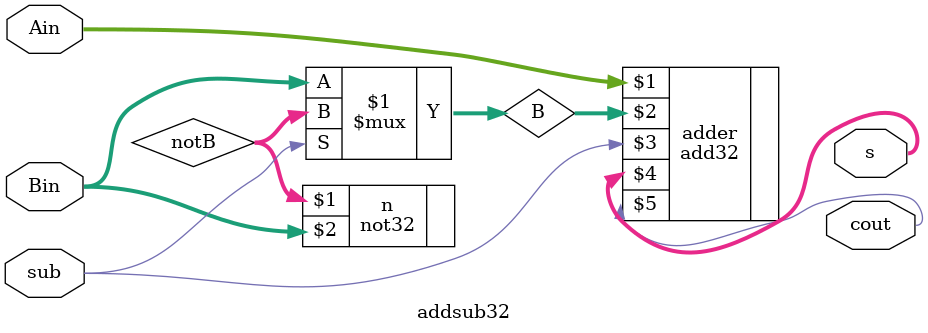
<source format=v>

module addsub32(Ain, Bin, sub, s, cout);

	input [31:0] Ain, Bin;
	input sub;
	output [31:0] s;
	output cout;

	wire [31:0] notB, B;
	
	not32 n(notB, Bin);
	assign B = sub ? notB :  Bin;
	
	
	add32 adder(Ain, B, sub, s, cout);

endmodule 
</source>
